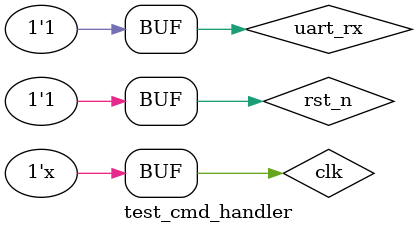
<source format=v>
`timescale 1ns/1ns
module test_cmd_handler();

	reg clk, rst_n, uart_rx;
	always
		#50 clk = ~clk;
	
	initial
		begin
		clk = 1'b0;
		rst_n = 1'b1;
		uart_rx = 1'b0;
		# 100;
		rst_n = 1'b0;
		# 900;
		rst_n = 1'b1;
		uart_rx  = 1'b0;		// start-bit
		# 86805;
		uart_rx  = 1'b0;
		# 86805;
		uart_rx  = 1'b0;
		# 86805;
		uart_rx  = 1'b0;
		# 86805;
		uart_rx  = 1'b0;
		# 86805;
		uart_rx  = 1'b1;
		# 86805;
		uart_rx  = 1'b0;
		# 86805;
		uart_rx  = 1'b1;
		# 86805;
		uart_rx  = 1'b0;
		# 86805;
		uart_rx  = 1'b1;		// stop-bit
		# 86805;
		uart_rx  = 1'b0;		// start-bit
		# 86805;
		uart_rx  = 1'b0;
		# 86805;
		uart_rx  = 1'b0;
		# 86805;
		uart_rx  = 1'b0;
		# 86805;
		uart_rx  = 1'b0;
		# 86805;
		uart_rx  = 1'b1;
		# 86805;
		uart_rx  = 1'b0;
		# 86805;
		uart_rx  = 1'b1;
		# 86805;
		uart_rx  = 1'b0;
		# 86805;
		uart_rx  = 1'b1;		// stop-bit
		# 86805;
		uart_rx  = 1'b0;		// start-bit
		# 86805;
		uart_rx  = 1'b0;
		# 86805;
		uart_rx  = 1'b0;
		# 86805;
		uart_rx  = 1'b0;
		# 86805;
		uart_rx  = 1'b0;
		# 86805;
		uart_rx  = 1'b1;
		# 86805;
		uart_rx  = 1'b0;
		# 86805;
		uart_rx  = 1'b1;
		# 86805;
		uart_rx  = 1'b0;
		# 86805;
		uart_rx  = 1'b1;		// stop-bit
		# 86805;
		uart_rx  = 1'b0;		// start-bit
		# 86805;
		uart_rx  = 1'b0;
		# 86805;
		uart_rx  = 1'b0;
		# 86805;
		uart_rx  = 1'b0;
		# 86805;
		uart_rx  = 1'b0;
		# 86805;
		uart_rx  = 1'b1;
		# 86805;
		uart_rx  = 1'b0;
		# 86805;
		uart_rx  = 1'b1;
		# 86805;
		uart_rx  = 1'b0;
		# 86805;
		uart_rx  = 1'b1;		// stop-bit
		# 86805;
		uart_rx  = 1'b0;		// start-bit
		# 86805;
		uart_rx  = 1'b0;
		# 86805;
		uart_rx  = 1'b0;
		# 86805;
		uart_rx  = 1'b0;
		# 86805;
		uart_rx  = 1'b0;
		# 86805;
		uart_rx  = 1'b1;
		# 86805;
		uart_rx  = 1'b0;
		# 86805;
		uart_rx  = 1'b1;
		# 86805;
		uart_rx  = 1'b0;
		# 86805;
		uart_rx  = 1'b1;		// stop-bit
		# 86805;
		uart_rx  = 1'b0;		// start-bit
		# 86805;
		uart_rx  = 1'b0;
		# 86805;
		uart_rx  = 1'b0;
		# 86805;
		uart_rx  = 1'b0;
		# 86805;
		uart_rx  = 1'b0;
		# 86805;
		uart_rx  = 1'b1;
		# 86805;
		uart_rx  = 1'b0;
		# 86805;
		uart_rx  = 1'b1;
		# 86805;
		uart_rx  = 1'b0;
		# 86805;
		uart_rx  = 1'b1;		// stop-bit
		# 86805;
		uart_rx  = 1'b0;		// start-bit
		# 86805;
		uart_rx  = 1'b0;
		# 86805;
		uart_rx  = 1'b0;
		# 86805;
		uart_rx  = 1'b0;
		# 86805;
		uart_rx  = 1'b0;
		# 86805;
		uart_rx  = 1'b1;
		# 86805;
		uart_rx  = 1'b0;
		# 86805;
		uart_rx  = 1'b1;
		# 86805;
		uart_rx  = 1'b0;
		# 86805;
		uart_rx  = 1'b1;		// stop-bit
		# 86805;
		uart_rx  = 1'b0;		// start-bit
		# 86805;
		uart_rx  = 1'b0;
		# 86805;
		uart_rx  = 1'b0;
		# 86805;
		uart_rx  = 1'b0;
		# 86805;
		uart_rx  = 1'b0;
		# 86805;
		uart_rx  = 1'b1;
		# 86805;
		uart_rx  = 1'b0;
		# 86805;
		uart_rx  = 1'b1;
		# 86805;
		uart_rx  = 1'b0;
		# 86805;
		uart_rx  = 1'b1;		// stop-bit
		# 86805;
		uart_rx  = 1'b0;		// start-bit
		# 86805;
		uart_rx  = 1'b0;
		# 86805;
		uart_rx  = 1'b0;
		# 86805;
		uart_rx  = 1'b0;
		# 86805;
		uart_rx  = 1'b0;
		# 86805;
		uart_rx  = 1'b1;
		# 86805;
		uart_rx  = 1'b0;
		# 86805;
		uart_rx  = 1'b1;
		# 86805;
		uart_rx  = 1'b0;
		# 86805;
		uart_rx  = 1'b1;		// stop-bit
		# 86805;
		uart_rx  = 1'b0;		// start-bit
		# 86805;
		uart_rx  = 1'b0;
		# 86805;
		uart_rx  = 1'b0;
		# 86805;
		uart_rx  = 1'b0;
		# 86805;
		uart_rx  = 1'b0;
		# 86805;
		uart_rx  = 1'b1;
		# 86805;
		uart_rx  = 1'b0;
		# 86805;
		uart_rx  = 1'b1;
		# 86805;
		uart_rx  = 1'b0;
		# 86805;
		uart_rx  = 1'b1;		// stop-bit
		# 86805;
		uart_rx  = 1'b0;		// start-bit
		# 86805;
		uart_rx  = 1'b0;
		# 86805;
		uart_rx  = 1'b0;
		# 86805;
		uart_rx  = 1'b0;
		# 86805;
		uart_rx  = 1'b0;
		# 86805;
		uart_rx  = 1'b1;
		# 86805;
		uart_rx  = 1'b0;
		# 86805;
		uart_rx  = 1'b1;
		# 86805;
		uart_rx  = 1'b0;
		# 86805;
		uart_rx  = 1'b1;		// stop-bit
		# 86805;
		uart_rx  = 1'b0;		// start-bit
		# 86805;
		uart_rx  = 1'b0;
		# 86805;
		uart_rx  = 1'b0;
		# 86805;
		uart_rx  = 1'b0;
		# 86805;
		uart_rx  = 1'b0;
		# 86805;
		uart_rx  = 1'b1;
		# 86805;
		uart_rx  = 1'b0;
		# 86805;
		uart_rx  = 1'b1;
		# 86805;
		uart_rx  = 1'b0;
		# 86805;
		uart_rx  = 1'b1;		// stop-bit
		# 86805;
		end

	// cmd_handler
	cmd_handler #(
	) m_cmd_handler (
		.clk			(clk			),
		.rst_n			(rst_n			),
		.uart_rx		(uart_rx		),
		.uart_tx		(		)

		// inner data
		
	);

endmodule

</source>
